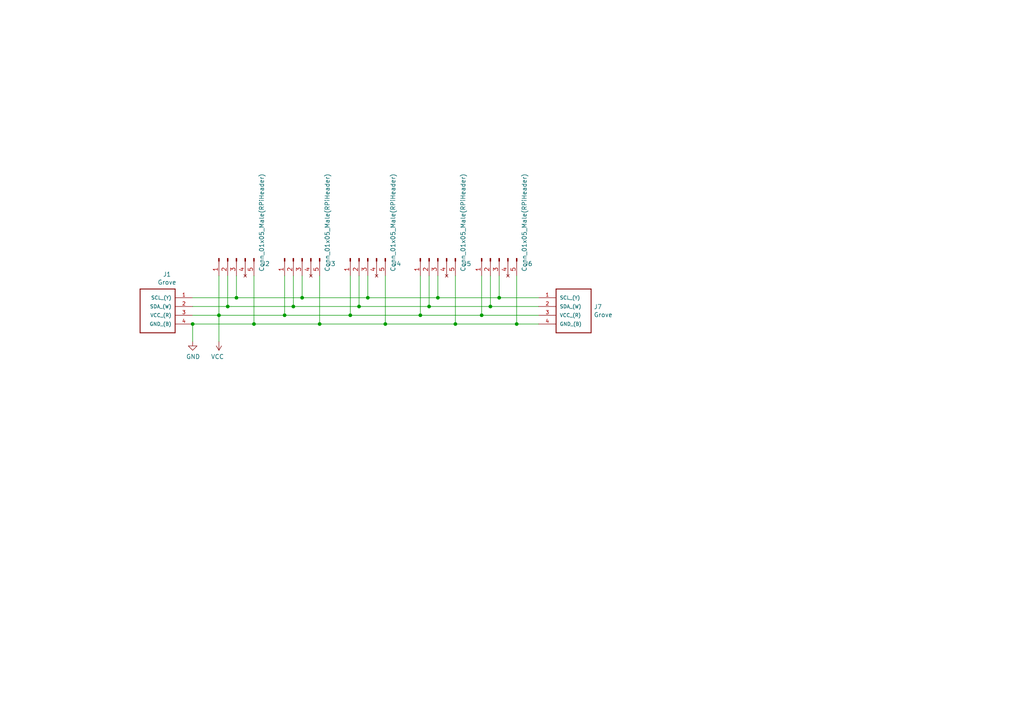
<source format=kicad_sch>
(kicad_sch (version 20230121) (generator eeschema)
  (paper "A4")
  (title_block (title "Grove to P Garden Connector Board") (date "2020-05-06") (rev "1.0"))
  (lib_symbols
    (symbol "groveToPi-rescue:Conn_01x05_Male(RPiHeader)-custom" (pin_names (offset 1.016) hide)
      (property "Reference" "J" (at 0 7.62 0))
      (property "Value" "custom_Conn_01x05_Male(RPiHeader)" (at 0 -7.62 90))
      (symbol "Conn_01x05_Male(RPiHeader)-custom_1_1"
        (polyline (pts (xy 1.27 -5.08) (xy 0.8636 -5.08)) (stroke (width 0.1524)))
        (polyline (pts (xy 1.27 -2.54) (xy 0.8636 -2.54)) (stroke (width 0.1524)))
        (polyline (pts (xy 1.27 0) (xy 0.8636 0)) (stroke (width 0.1524)))
        (polyline (pts (xy 1.27 2.54) (xy 0.8636 2.54)) (stroke (width 0.1524)))
        (polyline (pts (xy 1.27 5.08) (xy 0.8636 5.08)) (stroke (width 0.1524)))
        (rectangle (start 0.8636 -4.953) (end 0 -5.207) (stroke (width 0.1524)) (fill (type outline)))
        (rectangle (start 0.8636 -2.413) (end 0 -2.667) (stroke (width 0.1524)) (fill (type outline)))
        (rectangle (start 0.8636 0.127) (end 0 -0.127) (stroke (width 0.1524)) (fill (type outline)))
        (rectangle (start 0.8636 2.667) (end 0 2.413) (stroke (width 0.1524)) (fill (type outline)))
        (rectangle (start 0.8636 5.207) (end 0 4.953) (stroke (width 0.1524)) (fill (type outline)))
        (pin passive line (at 5.08 5.08 180) (length 3.81) (name "Pin_1") (number "1"))
        (pin passive line (at 5.08 2.54 180) (length 3.81) (name "Pin_2") (number "2"))
        (pin passive line (at 5.08 0 180) (length 3.81) (name "Pin_3") (number "3"))
        (pin no_connect line (at 5.08 -2.54 180) (length 3.81) (name "Pin_4") (number "4"))
        (pin passive line (at 5.08 -5.08 180) (length 3.81) (name "Pin_5") (number "5"))
      )
    )
    (symbol "groveToPi-rescue:Grove-custom" (pin_names (offset 1.016))
      (property "Reference" "J" (at -5.08 5.842 0))
      (property "Value" "custom_Grove" (at -2.9972 -9.4996 0))
      (symbol "Grove-custom_0_0"
        (polyline (pts (xy -5.08 -7.62) (xy 5.08 -7.62)) (stroke (width 0.254)))
        (polyline (pts (xy -5.08 5.08) (xy -5.08 -7.62)) (stroke (width 0.254)))
        (polyline (pts (xy 5.08 -7.62) (xy 5.08 5.08)) (stroke (width 0.254)))
        (polyline (pts (xy 5.08 5.08) (xy -5.08 5.08)) (stroke (width 0.254)))
        (pin passive line (at -10.16 2.54 0) (length 5.08) (name "SCL_(Y)") (number "1"))
        (pin passive line (at -10.16 0 0) (length 5.08) (name "SDA_(W)") (number "2"))
        (pin passive line (at -10.16 -2.54 0) (length 5.08) (name "VCC_(R)") (number "3"))
        (pin passive line (at -10.16 -5.08 0) (length 5.08) (name "GND_(B)") (number "4"))
      )
    )
    (symbol "power:GND" (power) (pin_names (offset 0))
      (property "Value" "GND" (at 0 -3.81 0))
      (symbol "GND_0_1"
        (polyline (pts (xy 0 0) (xy 0 -1.27) (xy 1.27 -1.27) (xy 0 -2.54) (xy -1.27 -1.27) (xy 0 -1.27)))
      )
      (symbol "GND_1_1"
        (pin power_in line (at 0 0 270) (length 0) hide (name "GND") (number "1"))
      )
    )
    (symbol "power:VCC" (power) (pin_names (offset 0))
      (property "Value" "VCC" (at 0 3.81 0))
      (symbol "VCC_0_1"
        (polyline (pts (xy -0.762 1.27) (xy 0 2.54)))
        (polyline (pts (xy 0 0) (xy 0 2.54)))
        (polyline (pts (xy 0 2.54) (xy 0.762 1.27)))
      )
      (symbol "VCC_1_1"
        (pin power_in line (at 0 0 90) (length 0) hide (name "VCC") (number "1"))
      )
    )
  )
  (junction (at 101.6 91.44))
  (junction (at 106.68 86.36))
  (junction (at 55.88 93.98))
  (junction (at 124.46 88.9))
  (junction (at 132.08 93.98))
  (junction (at 104.14 88.9))
  (junction (at 92.71 93.98))
  (junction (at 142.24 88.9))
  (junction (at 82.55 91.44))
  (junction (at 63.5 91.44))
  (junction (at 111.76 93.98))
  (junction (at 73.66 93.98))
  (junction (at 149.86 93.98))
  (junction (at 68.58 86.36))
  (junction (at 139.7 91.44))
  (junction (at 66.04 88.9))
  (junction (at 144.78 86.36))
  (junction (at 127 86.36))
  (junction (at 87.63 86.36))
  (junction (at 121.92 91.44))
  (junction (at 85.09 88.9))
  (wire (pts (xy 124.46 80.01) (xy 124.46 88.9)))
  (wire (pts (xy 144.78 86.36) (xy 156.21 86.36)))
  (wire (pts (xy 121.92 80.01) (xy 121.92 91.44)))
  (wire (pts (xy 63.5 91.44) (xy 63.5 80.01)))
  (wire (pts (xy 82.55 91.44) (xy 82.55 80.01)))
  (wire (pts (xy 55.88 93.98) (xy 73.66 93.98)))
  (wire (pts (xy 104.14 88.9) (xy 124.46 88.9)))
  (wire (pts (xy 66.04 88.9) (xy 85.09 88.9)))
  (wire (pts (xy 106.68 80.01) (xy 106.68 86.36)))
  (wire (pts (xy 127 80.01) (xy 127 86.36)))
  (wire (pts (xy 55.88 88.9) (xy 66.04 88.9)))
  (wire (pts (xy 92.71 80.01) (xy 92.71 93.98)))
  (wire (pts (xy 142.24 88.9) (xy 156.21 88.9)))
  (wire (pts (xy 149.86 93.98) (xy 156.21 93.98)))
  (wire (pts (xy 63.5 91.44) (xy 82.55 91.44)))
  (wire (pts (xy 63.5 91.44) (xy 63.5 99.06)))
  (wire (pts (xy 87.63 86.36) (xy 106.68 86.36)))
  (wire (pts (xy 127 86.36) (xy 144.78 86.36)))
  (wire (pts (xy 144.78 80.01) (xy 144.78 86.36)))
  (wire (pts (xy 132.08 93.98) (xy 149.86 93.98)))
  (wire (pts (xy 55.88 93.98) (xy 55.88 99.06)))
  (wire (pts (xy 55.88 91.44) (xy 63.5 91.44)))
  (wire (pts (xy 66.04 80.01) (xy 66.04 88.9)))
  (wire (pts (xy 73.66 93.98) (xy 92.71 93.98)))
  (wire (pts (xy 85.09 88.9) (xy 104.14 88.9)))
  (wire (pts (xy 106.68 86.36) (xy 127 86.36)))
  (wire (pts (xy 139.7 80.01) (xy 139.7 91.44)))
  (wire (pts (xy 124.46 88.9) (xy 142.24 88.9)))
  (wire (pts (xy 85.09 80.01) (xy 85.09 88.9)))
  (wire (pts (xy 101.6 80.01) (xy 101.6 91.44)))
  (wire (pts (xy 73.66 80.01) (xy 73.66 93.98)))
  (wire (pts (xy 104.14 80.01) (xy 104.14 88.9)))
  (wire (pts (xy 87.63 80.01) (xy 87.63 86.36)))
  (wire (pts (xy 111.76 93.98) (xy 132.08 93.98)))
  (wire (pts (xy 142.24 80.01) (xy 142.24 88.9)))
  (wire (pts (xy 68.58 86.36) (xy 87.63 86.36)))
  (wire (pts (xy 132.08 80.01) (xy 132.08 93.98)))
  (wire (pts (xy 55.88 86.36) (xy 68.58 86.36)))
  (wire (pts (xy 101.6 91.44) (xy 121.92 91.44)))
  (wire (pts (xy 68.58 80.01) (xy 68.58 86.36)))
  (wire (pts (xy 149.86 80.01) (xy 149.86 93.98)))
  (wire (pts (xy 82.55 91.44) (xy 101.6 91.44)))
  (wire (pts (xy 111.76 80.01) (xy 111.76 93.98)))
  (wire (pts (xy 121.92 91.44) (xy 139.7 91.44)))
  (wire (pts (xy 139.7 91.44) (xy 156.21 91.44)))
  (wire (pts (xy 92.71 93.98) (xy 111.76 93.98)))
  (symbol (lib_id "power:VCC") (at 63.5 99.06 180) (unit 1)
    (property "Reference" "#PWR?" (effects hide))
    (property "Value" "VCC" (at 63.0682 103.4542 0))
  )
  (symbol (lib_id "groveToPi-rescue:Grove-custom") (at 45.72 88.9 0) (mirror y) (unit 1)
    (property "Reference" "J1" (at 48.4378 79.5782 0))
    (property "Value" "Grove" (at 48.4378 81.8896 0))
    (property "Footprint" "custom:GroveConnector" (effects hide))
    (property "Datasheet" "A" (effects hide))
    (property "Field4" "8.1mm" (effects hide))
    (property "Field5" "Seeed Technology" (effects hide))
    (property "Field6" "Manufacturer Recommendations" (effects hide))
  )
  (symbol (lib_id "groveToPi-rescue:Conn_01x05_Male(RPiHeader)-custom") (at 68.58 74.93 90) (mirror x) (unit 1)
    (property "Reference" "J2" (at 75.8952 76.5048 90) (effects (justify right)))
    (property "Value" "Conn_01x05_Male(RPiHeader)" (at 75.8952 78.8162 0) (effects (justify right)))
    (property "Footprint" "Connector_PinSocket_2.54mm:PinSocket_1x05_P2.54mm_Vertical" (effects hide))
  )
  (symbol (lib_id "groveToPi-rescue:Conn_01x05_Male(RPiHeader)-custom") (at 87.63 74.93 90) (mirror x) (unit 1)
    (property "Reference" "J3" (at 94.9452 76.5048 90) (effects (justify right)))
    (property "Value" "Conn_01x05_Male(RPiHeader)" (at 94.9452 78.8162 0) (effects (justify right)))
    (property "Footprint" "Connector_PinSocket_2.54mm:PinSocket_1x05_P2.54mm_Vertical" (effects hide))
  )
  (symbol (lib_id "groveToPi-rescue:Conn_01x05_Male(RPiHeader)-custom") (at 106.68 74.93 90) (mirror x) (unit 1)
    (property "Reference" "J4" (at 113.9952 76.5048 90) (effects (justify right)))
    (property "Value" "Conn_01x05_Male(RPiHeader)" (at 113.9952 78.8162 0) (effects (justify right)))
    (property "Footprint" "Connector_PinSocket_2.54mm:PinSocket_1x05_P2.54mm_Vertical" (effects hide))
  )
  (symbol (lib_id "groveToPi-rescue:Conn_01x05_Male(RPiHeader)-custom") (at 127 74.93 90) (mirror x) (unit 1)
    (property "Reference" "J5" (at 134.3152 76.5048 90) (effects (justify right)))
    (property "Value" "Conn_01x05_Male(RPiHeader)" (at 134.3152 78.8162 0) (effects (justify right)))
    (property "Footprint" "Connector_PinSocket_2.54mm:PinSocket_1x05_P2.54mm_Vertical" (effects hide))
  )
  (symbol (lib_id "groveToPi-rescue:Conn_01x05_Male(RPiHeader)-custom") (at 144.78 74.93 90) (mirror x) (unit 1)
    (property "Reference" "J6" (at 152.0952 76.5048 90) (effects (justify right)))
    (property "Value" "Conn_01x05_Male(RPiHeader)" (at 152.0952 78.8162 0) (effects (justify right)))
    (property "Footprint" "Connector_PinSocket_2.54mm:PinSocket_1x05_P2.54mm_Vertical" (effects hide))
  )
  (symbol (lib_id "groveToPi-rescue:Grove-custom") (at 166.37 88.9 0) (unit 1)
    (property "Reference" "J7" (at 172.212 89.0016 0) (effects (justify left)))
    (property "Value" "Grove" (at 172.212 91.313 0) (effects (justify left)))
    (property "Footprint" "custom:GroveConnector" (effects hide))
    (property "Datasheet" "A" (effects hide))
    (property "Field4" "8.1mm" (effects hide))
    (property "Field5" "Seeed Technology" (effects hide))
    (property "Field6" "Manufacturer Recommendations" (effects hide))
  )
  (symbol (lib_id "power:GND") (at 55.88 99.06 0) (unit 1)
    (property "Reference" "#PWR?" (effects hide))
    (property "Value" "GND" (at 56.007 103.4542 0))
  )
)
</source>
